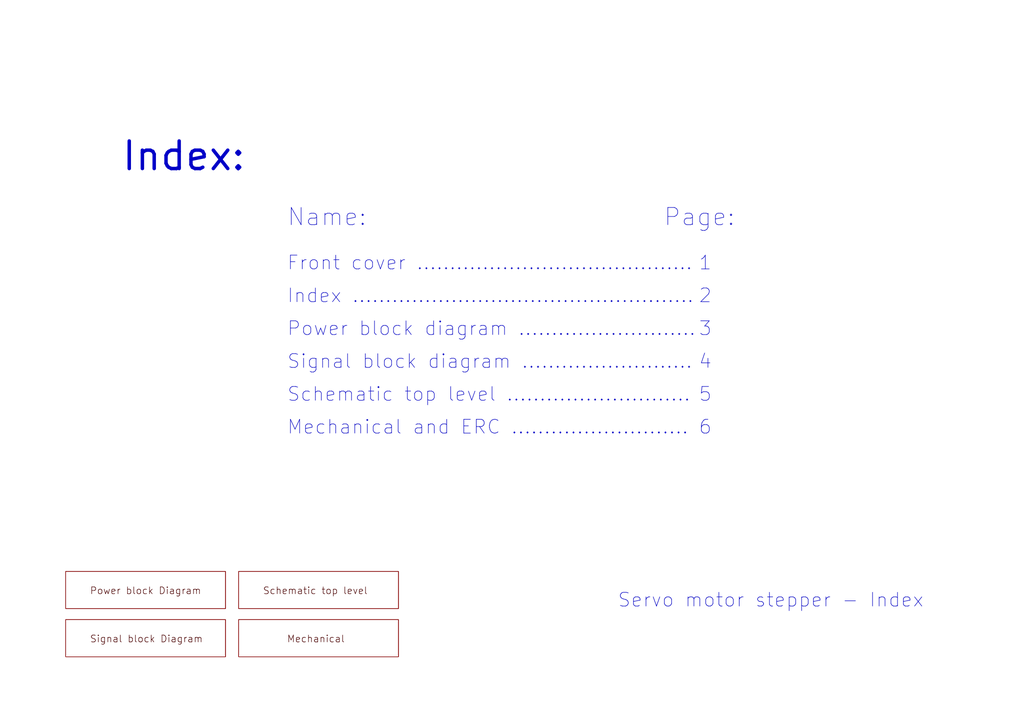
<source format=kicad_sch>
(kicad_sch
	(version 20250114)
	(generator "eeschema")
	(generator_version "9.0")
	(uuid "152dc8ca-1ae6-4745-a4ba-ab361a35bfc2")
	(paper "A4")
	(title_block
		(title "Servo motor stepper M17  - Index")
		(date "2025-11-26")
		(rev "1.5")
	)
	(lib_symbols)
	(text "5"
		(exclude_from_sim no)
		(at 202.565 116.84 0)
		(effects
			(font
				(size 4 4)
			)
			(justify left bottom)
		)
		(uuid "0711adca-415a-4e8a-9bd4-11b57f3054da")
	)
	(text "3"
		(exclude_from_sim no)
		(at 202.565 97.79 0)
		(effects
			(font
				(size 4 4)
			)
			(justify left bottom)
		)
		(uuid "11a364a0-8d31-431e-8b25-ceb35237b885")
	)
	(text "Power block Diagram"
		(exclude_from_sim no)
		(at 26.035 172.72 0)
		(effects
			(font
				(size 2 2)
				(color 72 0 0 1)
			)
			(justify left bottom)
		)
		(uuid "17c4eb43-cb9b-4ae2-b106-b1be4df2caa5")
	)
	(text "6"
		(exclude_from_sim no)
		(at 202.565 126.365 0)
		(effects
			(font
				(size 4 4)
			)
			(justify left bottom)
		)
		(uuid "1a545a67-ab44-41e6-8ca6-2fe206a54357")
	)
	(text "Front cover .........................................."
		(exclude_from_sim no)
		(at 83.185 78.74 0)
		(effects
			(font
				(size 4 4)
			)
			(justify left bottom)
		)
		(uuid "21329ce4-f53b-4757-a186-68e3ce22792c")
	)
	(text "4"
		(exclude_from_sim no)
		(at 202.565 107.315 0)
		(effects
			(font
				(size 4 4)
			)
			(justify left bottom)
		)
		(uuid "26f2b7c8-c2de-4596-8e7c-b877177bb530")
	)
	(text "Mechanical"
		(exclude_from_sim no)
		(at 83.185 186.69 0)
		(effects
			(font
				(size 2 2)
				(color 72 0 0 1)
			)
			(justify left bottom)
		)
		(uuid "3cd3b2bb-8821-470a-a9b0-81952a670a46")
	)
	(text "Schematic top level"
		(exclude_from_sim no)
		(at 76.2 172.72 0)
		(effects
			(font
				(size 2 2)
				(color 72 0 0 1)
			)
			(justify left bottom)
		)
		(uuid "4a73f08e-1815-49ea-b4f4-be684143f8c9")
	)
	(text "1"
		(exclude_from_sim no)
		(at 202.565 78.74 0)
		(effects
			(font
				(size 4 4)
			)
			(justify left bottom)
		)
		(uuid "5a4b792d-7daf-49f9-a003-f77559fa2efd")
	)
	(text "Schematic top level ............................"
		(exclude_from_sim no)
		(at 83.185 116.84 0)
		(effects
			(font
				(size 4 4)
			)
			(justify left bottom)
		)
		(uuid "78a44f64-78ce-43c9-9fff-a9cb12ae5e58")
	)
	(text "Index ...................................................."
		(exclude_from_sim no)
		(at 83.185 88.265 0)
		(effects
			(font
				(size 4 4)
			)
			(justify left bottom)
		)
		(uuid "86ab502a-b4f3-439d-b0ba-23f8fc09431b")
	)
	(text "Signal block diagram .........................."
		(exclude_from_sim no)
		(at 83.185 107.315 0)
		(effects
			(font
				(size 4 4)
			)
			(justify left bottom)
		)
		(uuid "99f42c34-2117-40cd-a543-31079bd518a5")
	)
	(text "Signal block Diagram"
		(exclude_from_sim no)
		(at 26.035 186.69 0)
		(effects
			(font
				(size 2 2)
				(color 72 0 0 1)
			)
			(justify left bottom)
		)
		(uuid "9d999c0d-df88-4b84-9d0a-05287308d64e")
	)
	(text "Name:"
		(exclude_from_sim no)
		(at 83.185 66.04 0)
		(effects
			(font
				(size 5 5)
			)
			(justify left bottom)
		)
		(uuid "abaed4f7-8b9b-42fb-b7e6-2364a8a9edf3")
	)
	(text "Mechanical and ERC ..........................."
		(exclude_from_sim no)
		(at 83.185 126.365 0)
		(effects
			(font
				(size 4 4)
			)
			(justify left bottom)
		)
		(uuid "bfee3896-b3ea-4766-82d2-a13df02f2988")
	)
	(text "Page:"
		(exclude_from_sim no)
		(at 192.405 66.04 0)
		(effects
			(font
				(size 5 5)
			)
			(justify left bottom)
		)
		(uuid "cc55bf8f-d3a8-4da6-a5f8-64c109c81511")
	)
	(text "Servo motor stepper - Index"
		(exclude_from_sim no)
		(at 179.07 176.53 0)
		(effects
			(font
				(size 4 4)
			)
			(justify left bottom)
		)
		(uuid "cd4758c5-dbd3-49e1-a733-9b0f294e222c")
	)
	(text "Power block diagram ..........................."
		(exclude_from_sim no)
		(at 83.185 97.79 0)
		(effects
			(font
				(size 4 4)
			)
			(justify left bottom)
		)
		(uuid "d2463a16-5ee1-4ea5-b724-3f5c6b12b298")
	)
	(text "Index:"
		(exclude_from_sim no)
		(at 34.925 50.165 0)
		(effects
			(font
				(size 8 8)
				(thickness 1)
				(bold yes)
			)
			(justify left bottom)
		)
		(uuid "da5e2eb9-cffc-4a6d-876e-eb7dcbbad407")
	)
	(text "2"
		(exclude_from_sim no)
		(at 202.565 88.265 0)
		(effects
			(font
				(size 4 4)
			)
			(justify left bottom)
		)
		(uuid "f621dca6-2e8a-4ab7-8a4b-480d0a1e895d")
	)
	(sheet
		(at 19.05 165.735)
		(size 46.355 10.795)
		(exclude_from_sim no)
		(in_bom yes)
		(on_board yes)
		(dnp no)
		(fields_autoplaced yes)
		(stroke
			(width 0.1524)
			(type solid)
		)
		(fill
			(color 0 0 0 0.0000)
		)
		(uuid "3932ca5d-b3c2-447d-bb12-a2b8dbdde072")
		(property "Sheetname" "PowerBlockDiagram"
			(at 19.05 165.0234 0)
			(effects
				(font
					(size 1.27 1.27)
				)
				(justify left bottom)
				(hide yes)
			)
		)
		(property "Sheetfile" "PowerBlockDiagram.kicad_sch"
			(at 19.05 177.1146 0)
			(effects
				(font
					(size 1.27 1.27)
				)
				(justify left top)
				(hide yes)
			)
		)
		(instances
			(project "1.5"
				(path "/e63e39d7-6ac0-4ffd-8aa3-1841a4541b55/eef31ba5-994a-4dab-8b67-8b56d6ec3764"
					(page "3")
				)
			)
		)
	)
	(sheet
		(at 69.215 165.735)
		(size 46.355 10.795)
		(exclude_from_sim no)
		(in_bom yes)
		(on_board yes)
		(dnp no)
		(fields_autoplaced yes)
		(stroke
			(width 0.1524)
			(type solid)
		)
		(fill
			(color 0 0 0 0.0000)
		)
		(uuid "51d7b191-4731-4885-91cc-26f33b9ffa53")
		(property "Sheetname" "schTop"
			(at 69.215 165.0234 0)
			(effects
				(font
					(size 1.27 1.27)
				)
				(justify left bottom)
				(hide yes)
			)
		)
		(property "Sheetfile" "schTop.kicad_sch"
			(at 69.215 177.1146 0)
			(effects
				(font
					(size 1.27 1.27)
				)
				(justify left top)
				(hide yes)
			)
		)
		(instances
			(project "1.5"
				(path "/e63e39d7-6ac0-4ffd-8aa3-1841a4541b55/eef31ba5-994a-4dab-8b67-8b56d6ec3764"
					(page "5")
				)
			)
		)
	)
	(sheet
		(at 19.05 179.705)
		(size 46.355 10.795)
		(exclude_from_sim no)
		(in_bom yes)
		(on_board yes)
		(dnp no)
		(fields_autoplaced yes)
		(stroke
			(width 0.1524)
			(type solid)
		)
		(fill
			(color 0 0 0 0.0000)
		)
		(uuid "c3b485fe-0f1e-46fb-b3ff-8782ddd819b9")
		(property "Sheetname" "signalBlockDiagram"
			(at 19.05 178.9934 0)
			(effects
				(font
					(size 1.27 1.27)
				)
				(justify left bottom)
				(hide yes)
			)
		)
		(property "Sheetfile" "signalBlockDiagram.kicad_sch"
			(at 19.05 191.0846 0)
			(effects
				(font
					(size 1.27 1.27)
				)
				(justify left top)
				(hide yes)
			)
		)
		(instances
			(project "1.5"
				(path "/e63e39d7-6ac0-4ffd-8aa3-1841a4541b55/eef31ba5-994a-4dab-8b67-8b56d6ec3764"
					(page "4")
				)
			)
		)
	)
	(sheet
		(at 69.215 179.705)
		(size 46.355 10.795)
		(exclude_from_sim no)
		(in_bom yes)
		(on_board yes)
		(dnp no)
		(fields_autoplaced yes)
		(stroke
			(width 0.1524)
			(type solid)
		)
		(fill
			(color 0 0 0 0.0000)
		)
		(uuid "ea2c53cb-494d-4021-882d-ab19155ad94f")
		(property "Sheetname" "mechanicalAndERC"
			(at 69.215 178.9934 0)
			(effects
				(font
					(size 1.27 1.27)
				)
				(justify left bottom)
				(hide yes)
			)
		)
		(property "Sheetfile" "mechanicalAndERC.kicad_sch"
			(at 69.215 191.0846 0)
			(effects
				(font
					(size 1.27 1.27)
				)
				(justify left top)
				(hide yes)
			)
		)
		(instances
			(project "1.5"
				(path "/e63e39d7-6ac0-4ffd-8aa3-1841a4541b55/eef31ba5-994a-4dab-8b67-8b56d6ec3764"
					(page "9")
				)
			)
		)
	)
)

</source>
